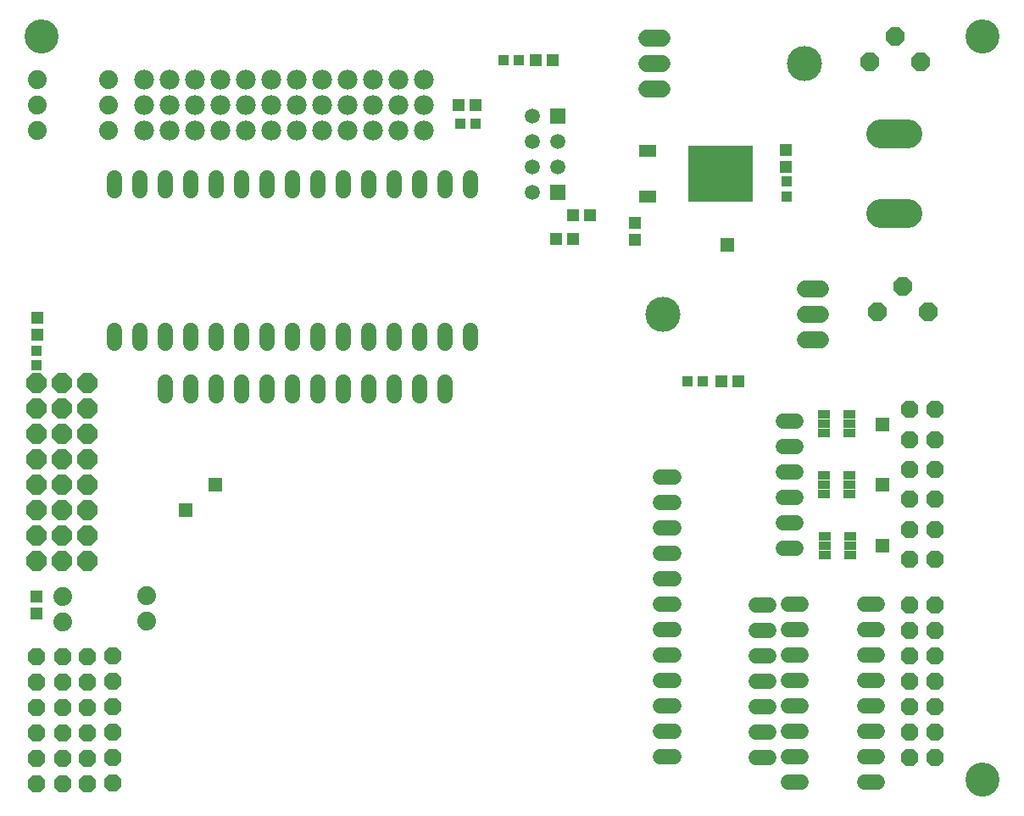
<source format=gts>
G75*
%MOIN*%
%OFA0B0*%
%FSLAX25Y25*%
%IPPOS*%
%LPD*%
%AMOC8*
5,1,8,0,0,1.08239X$1,22.5*
%
%ADD10C,0.13398*%
%ADD11R,0.25209X0.22060*%
%ADD12R,0.07099X0.04737*%
%ADD13C,0.06000*%
%ADD14OC8,0.07800*%
%ADD15C,0.07800*%
%ADD16C,0.07400*%
%ADD17R,0.03950X0.03950*%
%ADD18R,0.05131X0.04737*%
%ADD19R,0.04737X0.05131*%
%ADD20R,0.04737X0.03556*%
%ADD21OC8,0.06800*%
%ADD22C,0.05950*%
%ADD23C,0.11430*%
%ADD24OC8,0.07400*%
%ADD25R,0.05950X0.05950*%
%ADD26C,0.05950*%
%ADD27C,0.06800*%
%ADD28C,0.13800*%
%ADD29R,0.05550X0.05550*%
D10*
X0407949Y0014127D03*
X0407949Y0306450D03*
X0037871Y0306450D03*
D11*
X0304997Y0252473D03*
D12*
X0276257Y0243497D03*
X0276257Y0261450D03*
D13*
X0196581Y0170446D02*
X0196581Y0165246D01*
X0186581Y0165246D02*
X0186581Y0170446D01*
X0176581Y0170446D02*
X0176581Y0165246D01*
X0166581Y0165246D02*
X0166581Y0170446D01*
X0156581Y0170446D02*
X0156581Y0165246D01*
X0146581Y0165246D02*
X0146581Y0170446D01*
X0136581Y0170446D02*
X0136581Y0165246D01*
X0126581Y0165246D02*
X0126581Y0170446D01*
X0116581Y0170446D02*
X0116581Y0165246D01*
X0106581Y0165246D02*
X0106581Y0170446D01*
X0096581Y0170446D02*
X0096581Y0165246D01*
X0086581Y0165246D02*
X0086581Y0170446D01*
X0281334Y0133103D02*
X0286534Y0133103D01*
X0286534Y0123103D02*
X0281334Y0123103D01*
X0281334Y0113103D02*
X0286534Y0113103D01*
X0286534Y0103103D02*
X0281334Y0103103D01*
X0281334Y0093103D02*
X0286534Y0093103D01*
X0286534Y0083103D02*
X0281334Y0083103D01*
X0281334Y0073103D02*
X0286534Y0073103D01*
X0286534Y0063103D02*
X0281334Y0063103D01*
X0281334Y0053103D02*
X0286534Y0053103D01*
X0286534Y0043103D02*
X0281334Y0043103D01*
X0281334Y0033103D02*
X0286534Y0033103D01*
X0286534Y0023103D02*
X0281334Y0023103D01*
X0318814Y0022906D02*
X0324014Y0022906D01*
X0331531Y0023103D02*
X0336731Y0023103D01*
X0336731Y0013103D02*
X0331531Y0013103D01*
X0331531Y0033103D02*
X0336731Y0033103D01*
X0336731Y0043103D02*
X0331531Y0043103D01*
X0324014Y0042906D02*
X0318814Y0042906D01*
X0318814Y0032906D02*
X0324014Y0032906D01*
X0324014Y0052906D02*
X0318814Y0052906D01*
X0318814Y0062906D02*
X0324014Y0062906D01*
X0331531Y0063103D02*
X0336731Y0063103D01*
X0336731Y0073103D02*
X0331531Y0073103D01*
X0324014Y0072906D02*
X0318814Y0072906D01*
X0318814Y0082906D02*
X0324014Y0082906D01*
X0331531Y0083103D02*
X0336731Y0083103D01*
X0361531Y0083103D02*
X0366731Y0083103D01*
X0366731Y0073103D02*
X0361531Y0073103D01*
X0361531Y0063103D02*
X0366731Y0063103D01*
X0366731Y0053103D02*
X0361531Y0053103D01*
X0361531Y0043103D02*
X0366731Y0043103D01*
X0366731Y0033103D02*
X0361531Y0033103D01*
X0361531Y0023103D02*
X0366731Y0023103D01*
X0366731Y0013103D02*
X0361531Y0013103D01*
X0336731Y0053103D02*
X0331531Y0053103D01*
X0329523Y0105111D02*
X0334723Y0105111D01*
X0334723Y0115111D02*
X0329523Y0115111D01*
X0329523Y0125111D02*
X0334723Y0125111D01*
X0334723Y0135111D02*
X0329523Y0135111D01*
X0329523Y0145111D02*
X0334723Y0145111D01*
X0334723Y0155111D02*
X0329523Y0155111D01*
D14*
X0056060Y0160072D03*
X0046060Y0160072D03*
X0036060Y0160072D03*
X0036060Y0150072D03*
X0046060Y0150072D03*
X0056060Y0150072D03*
X0056060Y0140072D03*
X0046060Y0140072D03*
X0036060Y0140072D03*
X0036060Y0130072D03*
X0046060Y0130072D03*
X0056060Y0130072D03*
X0056060Y0120072D03*
X0046060Y0120072D03*
X0036060Y0120072D03*
X0036060Y0110072D03*
X0046060Y0110072D03*
X0056060Y0110072D03*
X0056060Y0100072D03*
X0046060Y0100072D03*
X0036060Y0100072D03*
X0036060Y0170072D03*
X0046060Y0170072D03*
X0056060Y0170072D03*
D15*
X0078146Y0269284D03*
X0088146Y0269284D03*
X0098146Y0269284D03*
X0108146Y0269284D03*
X0118146Y0269284D03*
X0128146Y0269284D03*
X0138146Y0269284D03*
X0148146Y0269284D03*
X0158146Y0269284D03*
X0168146Y0269284D03*
X0178146Y0269284D03*
X0188146Y0269284D03*
X0188146Y0279284D03*
X0178146Y0279284D03*
X0168146Y0279284D03*
X0158146Y0279284D03*
X0148146Y0279284D03*
X0138146Y0279284D03*
X0128146Y0279284D03*
X0118146Y0279284D03*
X0108146Y0279284D03*
X0098146Y0279284D03*
X0088146Y0279284D03*
X0078146Y0279284D03*
X0078146Y0289284D03*
X0088146Y0289284D03*
X0098146Y0289284D03*
X0108146Y0289284D03*
X0118146Y0289284D03*
X0128146Y0289284D03*
X0138146Y0289284D03*
X0148146Y0289284D03*
X0158146Y0289284D03*
X0168146Y0289284D03*
X0178146Y0289284D03*
X0188146Y0289284D03*
D16*
X0064091Y0289402D03*
X0064091Y0279402D03*
X0064091Y0269402D03*
X0036217Y0269324D03*
X0036217Y0279324D03*
X0036217Y0289324D03*
X0046138Y0086056D03*
X0046138Y0076056D03*
X0079209Y0076307D03*
X0079209Y0086307D03*
D17*
X0036020Y0176961D03*
X0036020Y0182867D03*
X0202674Y0272001D03*
X0208579Y0272001D03*
X0219603Y0297198D03*
X0225509Y0297198D03*
X0330784Y0249324D03*
X0330784Y0243418D03*
X0297773Y0170767D03*
X0291868Y0170767D03*
D18*
X0330705Y0255190D03*
X0330705Y0261883D03*
X0036138Y0195898D03*
X0036138Y0189206D03*
D19*
X0035902Y0086135D03*
X0035902Y0079442D03*
X0240233Y0226725D03*
X0246926Y0226725D03*
X0246886Y0236056D03*
X0253579Y0236056D03*
X0271138Y0233024D03*
X0271138Y0226331D03*
X0305254Y0170767D03*
X0311946Y0170767D03*
X0208540Y0279284D03*
X0201847Y0279284D03*
X0232083Y0297158D03*
X0238776Y0297158D03*
D20*
X0345430Y0157788D03*
X0345430Y0154048D03*
X0345430Y0150308D03*
X0355666Y0150308D03*
X0355666Y0154048D03*
X0355666Y0157788D03*
X0355666Y0133851D03*
X0355666Y0130111D03*
X0355666Y0126371D03*
X0345430Y0126371D03*
X0345430Y0130111D03*
X0345430Y0133851D03*
X0345823Y0109914D03*
X0345823Y0106174D03*
X0345823Y0102434D03*
X0356060Y0102434D03*
X0356060Y0106174D03*
X0356060Y0109914D03*
D21*
X0035902Y0012552D03*
X0046138Y0012552D03*
X0055981Y0012552D03*
X0066020Y0012749D03*
X0066020Y0022749D03*
X0055981Y0022552D03*
X0046138Y0022552D03*
X0035902Y0022552D03*
X0035902Y0032552D03*
X0046138Y0032552D03*
X0055981Y0032552D03*
X0066020Y0032749D03*
X0066020Y0042749D03*
X0055981Y0042552D03*
X0046138Y0042552D03*
X0035902Y0042552D03*
X0035902Y0052552D03*
X0035902Y0062552D03*
X0046138Y0062552D03*
X0055981Y0062552D03*
X0055981Y0052552D03*
X0046138Y0052552D03*
X0066020Y0052749D03*
X0066020Y0062749D03*
X0379131Y0062828D03*
X0379131Y0072828D03*
X0389131Y0072828D03*
X0389131Y0062828D03*
X0389131Y0052828D03*
X0379131Y0052828D03*
X0379131Y0042828D03*
X0389131Y0042828D03*
X0389131Y0032828D03*
X0379131Y0032828D03*
X0379131Y0022828D03*
X0389131Y0022828D03*
X0389131Y0082828D03*
X0379131Y0082828D03*
X0379327Y0100662D03*
X0389327Y0100662D03*
X0389327Y0112473D03*
X0379327Y0112473D03*
X0379327Y0124284D03*
X0389327Y0124284D03*
X0389327Y0136095D03*
X0379327Y0136095D03*
X0379327Y0147906D03*
X0389327Y0147906D03*
X0389327Y0159717D03*
X0379327Y0159717D03*
D22*
X0206611Y0185646D02*
X0206611Y0190796D01*
X0196611Y0190796D02*
X0196611Y0185646D01*
X0186611Y0185646D02*
X0186611Y0190796D01*
X0176611Y0190796D02*
X0176611Y0185646D01*
X0166611Y0185646D02*
X0166611Y0190796D01*
X0156611Y0190796D02*
X0156611Y0185646D01*
X0146611Y0185646D02*
X0146611Y0190796D01*
X0136611Y0190796D02*
X0136611Y0185646D01*
X0126611Y0185646D02*
X0126611Y0190796D01*
X0116611Y0190796D02*
X0116611Y0185646D01*
X0106611Y0185646D02*
X0106611Y0190796D01*
X0096611Y0190796D02*
X0096611Y0185646D01*
X0086611Y0185646D02*
X0086611Y0190796D01*
X0076611Y0190796D02*
X0076611Y0185646D01*
X0066611Y0185646D02*
X0066611Y0190796D01*
X0066611Y0245646D02*
X0066611Y0250796D01*
X0076611Y0250796D02*
X0076611Y0245646D01*
X0086611Y0245646D02*
X0086611Y0250796D01*
X0096611Y0250796D02*
X0096611Y0245646D01*
X0106611Y0245646D02*
X0106611Y0250796D01*
X0116611Y0250796D02*
X0116611Y0245646D01*
X0126611Y0245646D02*
X0126611Y0250796D01*
X0136611Y0250796D02*
X0136611Y0245646D01*
X0146611Y0245646D02*
X0146611Y0250796D01*
X0156611Y0250796D02*
X0156611Y0245646D01*
X0166611Y0245646D02*
X0166611Y0250796D01*
X0176611Y0250796D02*
X0176611Y0245646D01*
X0186611Y0245646D02*
X0186611Y0250796D01*
X0196611Y0250796D02*
X0196611Y0245646D01*
X0206611Y0245646D02*
X0206611Y0250796D01*
D23*
X0367949Y0236883D02*
X0378579Y0236883D01*
X0378579Y0267985D02*
X0367949Y0267985D01*
D24*
X0363501Y0296607D03*
X0373501Y0306607D03*
X0383501Y0296607D03*
X0376453Y0208182D03*
X0366453Y0198182D03*
X0386453Y0198182D03*
D25*
X0241070Y0245249D03*
X0241070Y0275249D03*
D26*
X0241070Y0265249D03*
X0231070Y0265249D03*
X0231070Y0275249D03*
X0231070Y0255249D03*
X0241070Y0255249D03*
X0231070Y0245249D03*
D27*
X0275776Y0285623D02*
X0281776Y0285623D01*
X0281776Y0295623D02*
X0275776Y0295623D01*
X0275776Y0305623D02*
X0281776Y0305623D01*
X0338257Y0207198D02*
X0344257Y0207198D01*
X0344257Y0197198D02*
X0338257Y0197198D01*
X0338257Y0187198D02*
X0344257Y0187198D01*
D28*
X0282257Y0197198D03*
X0337776Y0295623D03*
D29*
X0307676Y0224478D03*
X0368579Y0153891D03*
X0368579Y0130269D03*
X0368422Y0106174D03*
X0106305Y0130072D03*
X0094460Y0120060D03*
M02*

</source>
